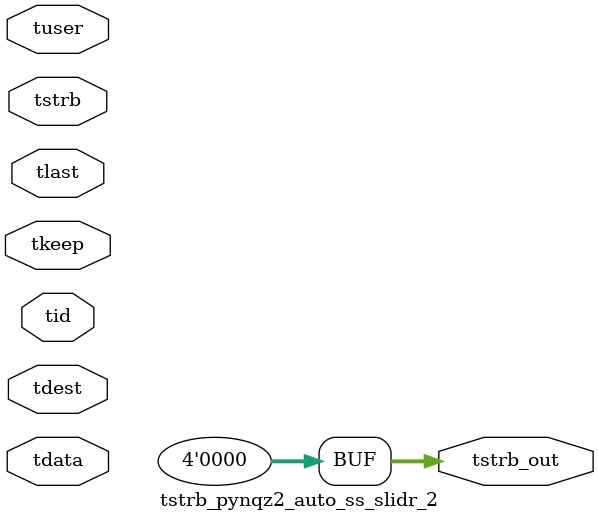
<source format=v>


`timescale 1ps/1ps

module tstrb_pynqz2_auto_ss_slidr_2 #
(
parameter C_S_AXIS_TDATA_WIDTH = 32,
parameter C_S_AXIS_TUSER_WIDTH = 0,
parameter C_S_AXIS_TID_WIDTH   = 0,
parameter C_S_AXIS_TDEST_WIDTH = 0,
parameter C_M_AXIS_TDATA_WIDTH = 32
)
(
input  [(C_S_AXIS_TDATA_WIDTH == 0 ? 1 : C_S_AXIS_TDATA_WIDTH)-1:0     ] tdata,
input  [(C_S_AXIS_TUSER_WIDTH == 0 ? 1 : C_S_AXIS_TUSER_WIDTH)-1:0     ] tuser,
input  [(C_S_AXIS_TID_WIDTH   == 0 ? 1 : C_S_AXIS_TID_WIDTH)-1:0       ] tid,
input  [(C_S_AXIS_TDEST_WIDTH == 0 ? 1 : C_S_AXIS_TDEST_WIDTH)-1:0     ] tdest,
input  [(C_S_AXIS_TDATA_WIDTH/8)-1:0 ] tkeep,
input  [(C_S_AXIS_TDATA_WIDTH/8)-1:0 ] tstrb,
input                                                                    tlast,
output [(C_M_AXIS_TDATA_WIDTH/8)-1:0 ] tstrb_out
);

assign tstrb_out = {1'b0};

endmodule


</source>
